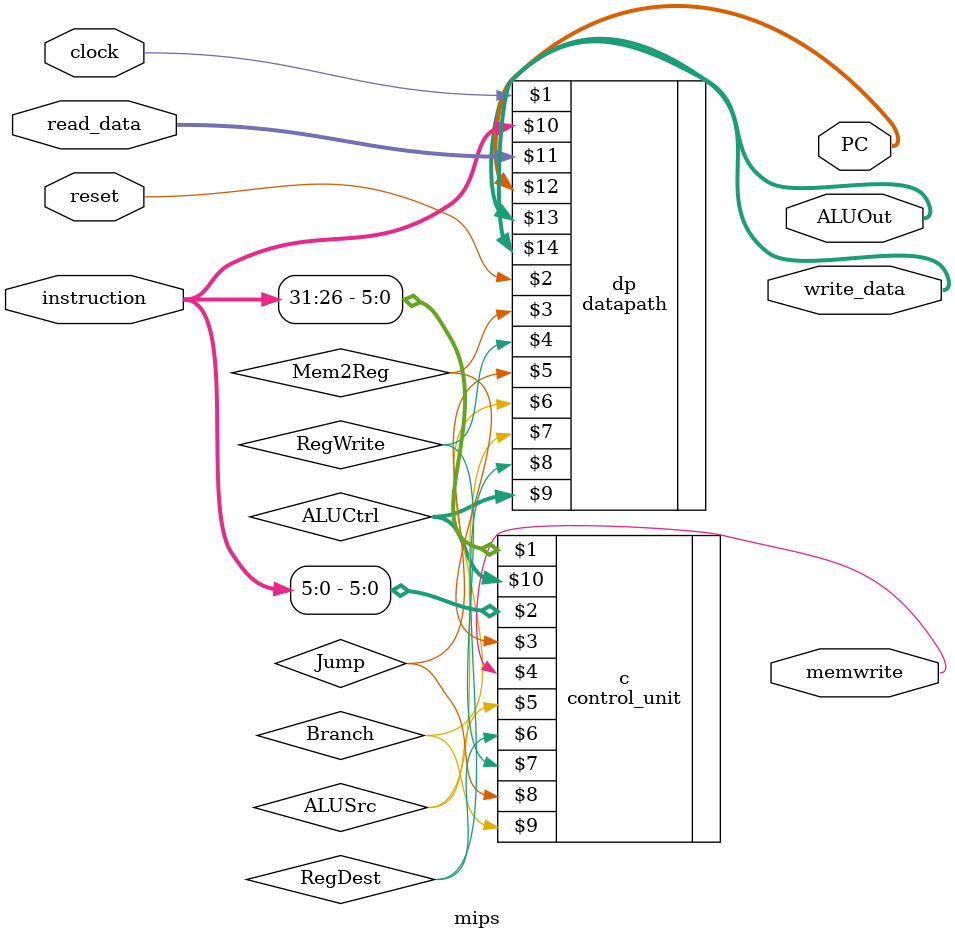
<source format=sv>
module mips(
	input logic clock, reset,
	input logic[31:0] instruction,
	input logic[31:0] read_data,   //IM
	output logic[31:0] PC,
	output logic memwrite,
	output logic[31:0] ALUOut, write_data	
    );
	 
	logic RegDest, ALUSrc, RegWrite, Mem2Reg, Jump, Branch;
	logic[2:0] ALUCtrl;
	
	control_unit c(instruction[31:26],
		 instruction[5:0],		
		 Mem2Reg,
		 memwrite,		 
		 ALUSrc,
		 RegDest, 
		 RegWrite,
		 Jump,
	     Branch,
		 ALUCtrl);


 	datapath dp(clock,
			reset, 
			Mem2Reg,
			RegWrite,
			Jump,
			Branch,
			ALUSrc,
			RegDest,
			ALUCtrl,
			instruction,
			read_data,
			PC,
			ALUOut,  //IM
			write_data);  //IM 

endmodule

</source>
